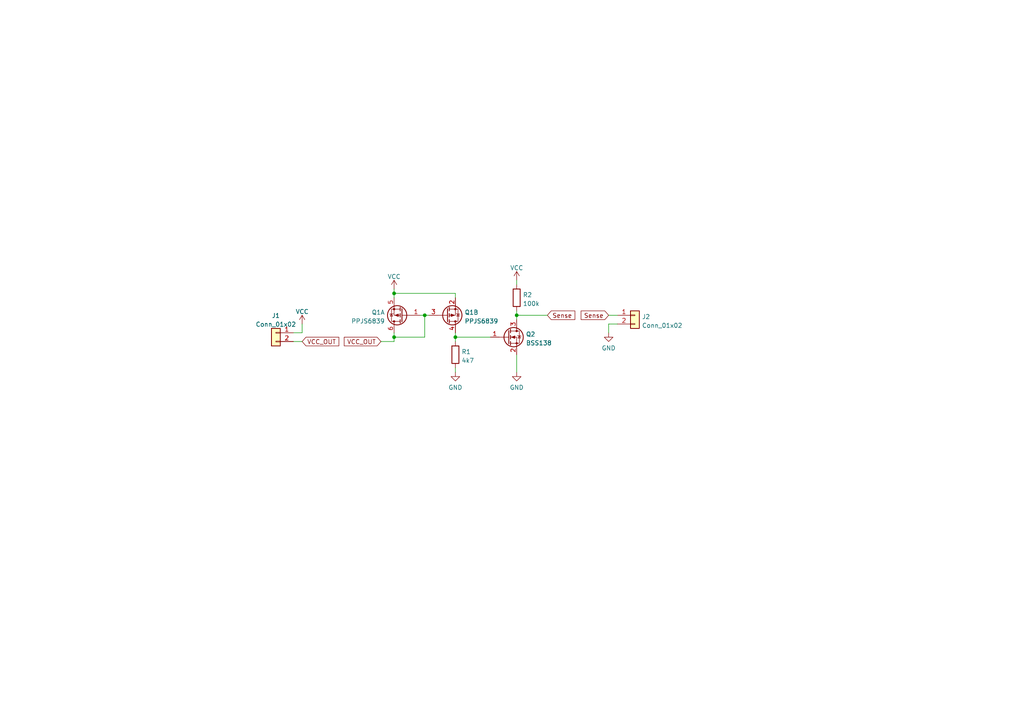
<source format=kicad_sch>
(kicad_sch (version 20211123) (generator eeschema)

  (uuid b53f0e47-6770-4c78-9de6-509129604881)

  (paper "A4")

  (title_block
    (title "CurrentTrigger - DualPMOS")
    (date "2022-09-18")
    (rev "v20220918")
    (comment 1 "Author: ManCloud")
  )

  (lib_symbols
    (symbol "Connector_Generic:Conn_01x02" (pin_names (offset 1.016) hide) (in_bom yes) (on_board yes)
      (property "Reference" "J" (id 0) (at 0 2.54 0)
        (effects (font (size 1.27 1.27)))
      )
      (property "Value" "Conn_01x02" (id 1) (at 0 -5.08 0)
        (effects (font (size 1.27 1.27)))
      )
      (property "Footprint" "" (id 2) (at 0 0 0)
        (effects (font (size 1.27 1.27)) hide)
      )
      (property "Datasheet" "~" (id 3) (at 0 0 0)
        (effects (font (size 1.27 1.27)) hide)
      )
      (property "ki_keywords" "connector" (id 4) (at 0 0 0)
        (effects (font (size 1.27 1.27)) hide)
      )
      (property "ki_description" "Generic connector, single row, 01x02, script generated (kicad-library-utils/schlib/autogen/connector/)" (id 5) (at 0 0 0)
        (effects (font (size 1.27 1.27)) hide)
      )
      (property "ki_fp_filters" "Connector*:*_1x??_*" (id 6) (at 0 0 0)
        (effects (font (size 1.27 1.27)) hide)
      )
      (symbol "Conn_01x02_1_1"
        (rectangle (start -1.27 -2.413) (end 0 -2.667)
          (stroke (width 0.1524) (type default) (color 0 0 0 0))
          (fill (type none))
        )
        (rectangle (start -1.27 0.127) (end 0 -0.127)
          (stroke (width 0.1524) (type default) (color 0 0 0 0))
          (fill (type none))
        )
        (rectangle (start -1.27 1.27) (end 1.27 -3.81)
          (stroke (width 0.254) (type default) (color 0 0 0 0))
          (fill (type background))
        )
        (pin passive line (at -5.08 0 0) (length 3.81)
          (name "Pin_1" (effects (font (size 1.27 1.27))))
          (number "1" (effects (font (size 1.27 1.27))))
        )
        (pin passive line (at -5.08 -2.54 0) (length 3.81)
          (name "Pin_2" (effects (font (size 1.27 1.27))))
          (number "2" (effects (font (size 1.27 1.27))))
        )
      )
    )
    (symbol "Device:Q_Dual_PMOS_G1S2G2D2S1D1" (pin_names (offset 0) hide) (in_bom yes) (on_board yes)
      (property "Reference" "Q" (id 0) (at 6.35 1.27 0)
        (effects (font (size 1.27 1.27)))
      )
      (property "Value" "Q_Dual_PMOS_G1S2G2D2S1D1" (id 1) (at 19.05 -1.27 0)
        (effects (font (size 1.27 1.27)))
      )
      (property "Footprint" "" (id 2) (at 1.27 0 0)
        (effects (font (size 1.27 1.27)) hide)
      )
      (property "Datasheet" "~" (id 3) (at 1.27 0 0)
        (effects (font (size 1.27 1.27)) hide)
      )
      (property "ki_keywords" "transistor PMOS P-MOS P-MOSFET" (id 4) (at 0 0 0)
        (effects (font (size 1.27 1.27)) hide)
      )
      (property "ki_description" "Dual PMOS transistor, 6 pin package" (id 5) (at 0 0 0)
        (effects (font (size 1.27 1.27)) hide)
      )
      (property "ki_fp_filters" "TSOP* SC?70* SC?88* SOT?363*" (id 6) (at 0 0 0)
        (effects (font (size 1.27 1.27)) hide)
      )
      (symbol "Q_Dual_PMOS_G1S2G2D2S1D1_0_1"
        (polyline
          (pts
            (xy 0.254 0)
            (xy -2.54 0)
          )
          (stroke (width 0) (type default) (color 0 0 0 0))
          (fill (type none))
        )
        (polyline
          (pts
            (xy 0.254 1.905)
            (xy 0.254 -1.905)
          )
          (stroke (width 0.254) (type default) (color 0 0 0 0))
          (fill (type none))
        )
        (polyline
          (pts
            (xy 0.762 -1.27)
            (xy 0.762 -2.286)
          )
          (stroke (width 0.254) (type default) (color 0 0 0 0))
          (fill (type none))
        )
        (polyline
          (pts
            (xy 0.762 0.508)
            (xy 0.762 -0.508)
          )
          (stroke (width 0.254) (type default) (color 0 0 0 0))
          (fill (type none))
        )
        (polyline
          (pts
            (xy 0.762 2.286)
            (xy 0.762 1.27)
          )
          (stroke (width 0.254) (type default) (color 0 0 0 0))
          (fill (type none))
        )
        (polyline
          (pts
            (xy 2.54 2.54)
            (xy 2.54 1.778)
          )
          (stroke (width 0) (type default) (color 0 0 0 0))
          (fill (type none))
        )
        (polyline
          (pts
            (xy 2.54 -2.54)
            (xy 2.54 0)
            (xy 0.762 0)
          )
          (stroke (width 0) (type default) (color 0 0 0 0))
          (fill (type none))
        )
        (polyline
          (pts
            (xy 0.762 1.778)
            (xy 3.302 1.778)
            (xy 3.302 -1.778)
            (xy 0.762 -1.778)
          )
          (stroke (width 0) (type default) (color 0 0 0 0))
          (fill (type none))
        )
        (polyline
          (pts
            (xy 2.286 0)
            (xy 1.27 0.381)
            (xy 1.27 -0.381)
            (xy 2.286 0)
          )
          (stroke (width 0) (type default) (color 0 0 0 0))
          (fill (type outline))
        )
        (polyline
          (pts
            (xy 2.794 -0.508)
            (xy 2.921 -0.381)
            (xy 3.683 -0.381)
            (xy 3.81 -0.254)
          )
          (stroke (width 0) (type default) (color 0 0 0 0))
          (fill (type none))
        )
        (polyline
          (pts
            (xy 3.302 -0.381)
            (xy 2.921 0.254)
            (xy 3.683 0.254)
            (xy 3.302 -0.381)
          )
          (stroke (width 0) (type default) (color 0 0 0 0))
          (fill (type none))
        )
        (circle (center 1.651 0) (radius 2.794)
          (stroke (width 0.254) (type default) (color 0 0 0 0))
          (fill (type none))
        )
        (circle (center 2.54 -1.778) (radius 0.254)
          (stroke (width 0) (type default) (color 0 0 0 0))
          (fill (type outline))
        )
        (circle (center 2.54 1.778) (radius 0.254)
          (stroke (width 0) (type default) (color 0 0 0 0))
          (fill (type outline))
        )
      )
      (symbol "Q_Dual_PMOS_G1S2G2D2S1D1_1_1"
        (pin input line (at -5.08 0 0) (length 2.54)
          (name "G" (effects (font (size 1.27 1.27))))
          (number "1" (effects (font (size 1.27 1.27))))
        )
        (pin passive line (at 2.54 -5.08 90) (length 2.54)
          (name "S" (effects (font (size 1.27 1.27))))
          (number "5" (effects (font (size 1.27 1.27))))
        )
        (pin passive line (at 2.54 5.08 270) (length 2.54)
          (name "D" (effects (font (size 1.27 1.27))))
          (number "6" (effects (font (size 1.27 1.27))))
        )
      )
      (symbol "Q_Dual_PMOS_G1S2G2D2S1D1_2_1"
        (pin passive line (at 2.54 -5.08 90) (length 2.54)
          (name "S" (effects (font (size 1.27 1.27))))
          (number "2" (effects (font (size 1.27 1.27))))
        )
        (pin input line (at -5.08 0 0) (length 2.54)
          (name "G" (effects (font (size 1.27 1.27))))
          (number "3" (effects (font (size 1.27 1.27))))
        )
        (pin passive line (at 2.54 5.08 270) (length 2.54)
          (name "D" (effects (font (size 1.27 1.27))))
          (number "4" (effects (font (size 1.27 1.27))))
        )
      )
    )
    (symbol "Device:Q_NMOS_GSD" (pin_names (offset 0) hide) (in_bom yes) (on_board yes)
      (property "Reference" "Q" (id 0) (at 5.08 1.27 0)
        (effects (font (size 1.27 1.27)) (justify left))
      )
      (property "Value" "Q_NMOS_GSD" (id 1) (at 5.08 -1.27 0)
        (effects (font (size 1.27 1.27)) (justify left))
      )
      (property "Footprint" "" (id 2) (at 5.08 2.54 0)
        (effects (font (size 1.27 1.27)) hide)
      )
      (property "Datasheet" "~" (id 3) (at 0 0 0)
        (effects (font (size 1.27 1.27)) hide)
      )
      (property "ki_keywords" "transistor NMOS N-MOS N-MOSFET" (id 4) (at 0 0 0)
        (effects (font (size 1.27 1.27)) hide)
      )
      (property "ki_description" "N-MOSFET transistor, gate/source/drain" (id 5) (at 0 0 0)
        (effects (font (size 1.27 1.27)) hide)
      )
      (symbol "Q_NMOS_GSD_0_1"
        (polyline
          (pts
            (xy 0.254 0)
            (xy -2.54 0)
          )
          (stroke (width 0) (type default) (color 0 0 0 0))
          (fill (type none))
        )
        (polyline
          (pts
            (xy 0.254 1.905)
            (xy 0.254 -1.905)
          )
          (stroke (width 0.254) (type default) (color 0 0 0 0))
          (fill (type none))
        )
        (polyline
          (pts
            (xy 0.762 -1.27)
            (xy 0.762 -2.286)
          )
          (stroke (width 0.254) (type default) (color 0 0 0 0))
          (fill (type none))
        )
        (polyline
          (pts
            (xy 0.762 0.508)
            (xy 0.762 -0.508)
          )
          (stroke (width 0.254) (type default) (color 0 0 0 0))
          (fill (type none))
        )
        (polyline
          (pts
            (xy 0.762 2.286)
            (xy 0.762 1.27)
          )
          (stroke (width 0.254) (type default) (color 0 0 0 0))
          (fill (type none))
        )
        (polyline
          (pts
            (xy 2.54 2.54)
            (xy 2.54 1.778)
          )
          (stroke (width 0) (type default) (color 0 0 0 0))
          (fill (type none))
        )
        (polyline
          (pts
            (xy 2.54 -2.54)
            (xy 2.54 0)
            (xy 0.762 0)
          )
          (stroke (width 0) (type default) (color 0 0 0 0))
          (fill (type none))
        )
        (polyline
          (pts
            (xy 0.762 -1.778)
            (xy 3.302 -1.778)
            (xy 3.302 1.778)
            (xy 0.762 1.778)
          )
          (stroke (width 0) (type default) (color 0 0 0 0))
          (fill (type none))
        )
        (polyline
          (pts
            (xy 1.016 0)
            (xy 2.032 0.381)
            (xy 2.032 -0.381)
            (xy 1.016 0)
          )
          (stroke (width 0) (type default) (color 0 0 0 0))
          (fill (type outline))
        )
        (polyline
          (pts
            (xy 2.794 0.508)
            (xy 2.921 0.381)
            (xy 3.683 0.381)
            (xy 3.81 0.254)
          )
          (stroke (width 0) (type default) (color 0 0 0 0))
          (fill (type none))
        )
        (polyline
          (pts
            (xy 3.302 0.381)
            (xy 2.921 -0.254)
            (xy 3.683 -0.254)
            (xy 3.302 0.381)
          )
          (stroke (width 0) (type default) (color 0 0 0 0))
          (fill (type none))
        )
        (circle (center 1.651 0) (radius 2.794)
          (stroke (width 0.254) (type default) (color 0 0 0 0))
          (fill (type none))
        )
        (circle (center 2.54 -1.778) (radius 0.254)
          (stroke (width 0) (type default) (color 0 0 0 0))
          (fill (type outline))
        )
        (circle (center 2.54 1.778) (radius 0.254)
          (stroke (width 0) (type default) (color 0 0 0 0))
          (fill (type outline))
        )
      )
      (symbol "Q_NMOS_GSD_1_1"
        (pin input line (at -5.08 0 0) (length 2.54)
          (name "G" (effects (font (size 1.27 1.27))))
          (number "1" (effects (font (size 1.27 1.27))))
        )
        (pin passive line (at 2.54 -5.08 90) (length 2.54)
          (name "S" (effects (font (size 1.27 1.27))))
          (number "2" (effects (font (size 1.27 1.27))))
        )
        (pin passive line (at 2.54 5.08 270) (length 2.54)
          (name "D" (effects (font (size 1.27 1.27))))
          (number "3" (effects (font (size 1.27 1.27))))
        )
      )
    )
    (symbol "Device:R" (pin_numbers hide) (pin_names (offset 0)) (in_bom yes) (on_board yes)
      (property "Reference" "R" (id 0) (at 2.032 0 90)
        (effects (font (size 1.27 1.27)))
      )
      (property "Value" "R" (id 1) (at 0 0 90)
        (effects (font (size 1.27 1.27)))
      )
      (property "Footprint" "" (id 2) (at -1.778 0 90)
        (effects (font (size 1.27 1.27)) hide)
      )
      (property "Datasheet" "~" (id 3) (at 0 0 0)
        (effects (font (size 1.27 1.27)) hide)
      )
      (property "ki_keywords" "R res resistor" (id 4) (at 0 0 0)
        (effects (font (size 1.27 1.27)) hide)
      )
      (property "ki_description" "Resistor" (id 5) (at 0 0 0)
        (effects (font (size 1.27 1.27)) hide)
      )
      (property "ki_fp_filters" "R_*" (id 6) (at 0 0 0)
        (effects (font (size 1.27 1.27)) hide)
      )
      (symbol "R_0_1"
        (rectangle (start -1.016 -2.54) (end 1.016 2.54)
          (stroke (width 0.254) (type default) (color 0 0 0 0))
          (fill (type none))
        )
      )
      (symbol "R_1_1"
        (pin passive line (at 0 3.81 270) (length 1.27)
          (name "~" (effects (font (size 1.27 1.27))))
          (number "1" (effects (font (size 1.27 1.27))))
        )
        (pin passive line (at 0 -3.81 90) (length 1.27)
          (name "~" (effects (font (size 1.27 1.27))))
          (number "2" (effects (font (size 1.27 1.27))))
        )
      )
    )
    (symbol "power:GND" (power) (pin_names (offset 0)) (in_bom yes) (on_board yes)
      (property "Reference" "#PWR" (id 0) (at 0 -6.35 0)
        (effects (font (size 1.27 1.27)) hide)
      )
      (property "Value" "GND" (id 1) (at 0 -3.81 0)
        (effects (font (size 1.27 1.27)))
      )
      (property "Footprint" "" (id 2) (at 0 0 0)
        (effects (font (size 1.27 1.27)) hide)
      )
      (property "Datasheet" "" (id 3) (at 0 0 0)
        (effects (font (size 1.27 1.27)) hide)
      )
      (property "ki_keywords" "power-flag" (id 4) (at 0 0 0)
        (effects (font (size 1.27 1.27)) hide)
      )
      (property "ki_description" "Power symbol creates a global label with name \"GND\" , ground" (id 5) (at 0 0 0)
        (effects (font (size 1.27 1.27)) hide)
      )
      (symbol "GND_0_1"
        (polyline
          (pts
            (xy 0 0)
            (xy 0 -1.27)
            (xy 1.27 -1.27)
            (xy 0 -2.54)
            (xy -1.27 -1.27)
            (xy 0 -1.27)
          )
          (stroke (width 0) (type default) (color 0 0 0 0))
          (fill (type none))
        )
      )
      (symbol "GND_1_1"
        (pin power_in line (at 0 0 270) (length 0) hide
          (name "GND" (effects (font (size 1.27 1.27))))
          (number "1" (effects (font (size 1.27 1.27))))
        )
      )
    )
    (symbol "power:VCC" (power) (pin_names (offset 0)) (in_bom yes) (on_board yes)
      (property "Reference" "#PWR" (id 0) (at 0 -3.81 0)
        (effects (font (size 1.27 1.27)) hide)
      )
      (property "Value" "VCC" (id 1) (at 0 3.81 0)
        (effects (font (size 1.27 1.27)))
      )
      (property "Footprint" "" (id 2) (at 0 0 0)
        (effects (font (size 1.27 1.27)) hide)
      )
      (property "Datasheet" "" (id 3) (at 0 0 0)
        (effects (font (size 1.27 1.27)) hide)
      )
      (property "ki_keywords" "power-flag" (id 4) (at 0 0 0)
        (effects (font (size 1.27 1.27)) hide)
      )
      (property "ki_description" "Power symbol creates a global label with name \"VCC\"" (id 5) (at 0 0 0)
        (effects (font (size 1.27 1.27)) hide)
      )
      (symbol "VCC_0_1"
        (polyline
          (pts
            (xy -0.762 1.27)
            (xy 0 2.54)
          )
          (stroke (width 0) (type default) (color 0 0 0 0))
          (fill (type none))
        )
        (polyline
          (pts
            (xy 0 0)
            (xy 0 2.54)
          )
          (stroke (width 0) (type default) (color 0 0 0 0))
          (fill (type none))
        )
        (polyline
          (pts
            (xy 0 2.54)
            (xy 0.762 1.27)
          )
          (stroke (width 0) (type default) (color 0 0 0 0))
          (fill (type none))
        )
      )
      (symbol "VCC_1_1"
        (pin power_in line (at 0 0 90) (length 0) hide
          (name "VCC" (effects (font (size 1.27 1.27))))
          (number "1" (effects (font (size 1.27 1.27))))
        )
      )
    )
  )

  (junction (at 149.86 91.44) (diameter 0) (color 0 0 0 0)
    (uuid 329ca07b-f9c5-46ca-a14a-92069fe3fedf)
  )
  (junction (at 114.3 97.79) (diameter 0) (color 0 0 0 0)
    (uuid 41374244-943c-4707-a12f-4d4cb85e31ee)
  )
  (junction (at 123.19 91.44) (diameter 0) (color 0 0 0 0)
    (uuid a350b955-22d5-41e3-b01c-092fedb73a71)
  )
  (junction (at 132.08 97.79) (diameter 0) (color 0 0 0 0)
    (uuid d5a508fa-b152-43ef-ab01-92ec76a52f65)
  )
  (junction (at 114.3 85.09) (diameter 0) (color 0 0 0 0)
    (uuid de11bbaa-8b03-4203-88e8-f3a0f30787f1)
  )

  (wire (pts (xy 114.3 96.52) (xy 114.3 97.79))
    (stroke (width 0) (type default) (color 0 0 0 0))
    (uuid 00198b5b-0255-4b4a-accd-2d3f22181d96)
  )
  (wire (pts (xy 132.08 96.52) (xy 132.08 97.79))
    (stroke (width 0) (type default) (color 0 0 0 0))
    (uuid 15574bc5-642b-4608-998e-d7bcc7b106d5)
  )
  (wire (pts (xy 149.86 102.87) (xy 149.86 107.95))
    (stroke (width 0) (type default) (color 0 0 0 0))
    (uuid 16c35bdc-7286-447e-bd7e-236bfda292c3)
  )
  (wire (pts (xy 149.86 91.44) (xy 158.75 91.44))
    (stroke (width 0) (type default) (color 0 0 0 0))
    (uuid 1bf7b671-9608-4ac3-a0c5-c4ce2ccc3eee)
  )
  (wire (pts (xy 176.53 91.44) (xy 179.07 91.44))
    (stroke (width 0) (type default) (color 0 0 0 0))
    (uuid 2746f528-5613-4b35-9818-b6818bb13010)
  )
  (wire (pts (xy 87.63 93.98) (xy 87.63 96.52))
    (stroke (width 0) (type default) (color 0 0 0 0))
    (uuid 317158ff-a930-485e-b8f6-512498ce5a40)
  )
  (wire (pts (xy 176.53 96.52) (xy 176.53 93.98))
    (stroke (width 0) (type default) (color 0 0 0 0))
    (uuid 39187b16-416e-4919-afd4-64a8459e1c8e)
  )
  (wire (pts (xy 132.08 106.68) (xy 132.08 107.95))
    (stroke (width 0) (type default) (color 0 0 0 0))
    (uuid 4d619949-7c92-41e2-b2f5-05c22112421a)
  )
  (wire (pts (xy 123.19 91.44) (xy 123.19 97.79))
    (stroke (width 0) (type default) (color 0 0 0 0))
    (uuid 53070640-c0ab-43ae-8169-b0aacc62787b)
  )
  (wire (pts (xy 132.08 97.79) (xy 132.08 99.06))
    (stroke (width 0) (type default) (color 0 0 0 0))
    (uuid 53787092-53f4-44e6-b1c7-0fc8d1e51a10)
  )
  (wire (pts (xy 132.08 97.79) (xy 142.24 97.79))
    (stroke (width 0) (type default) (color 0 0 0 0))
    (uuid 5753dc4d-8a6d-4050-8478-f9733a7bd48d)
  )
  (wire (pts (xy 176.53 93.98) (xy 179.07 93.98))
    (stroke (width 0) (type default) (color 0 0 0 0))
    (uuid 5ac8ca2d-3ff2-4c3d-8989-845085180069)
  )
  (wire (pts (xy 149.86 91.44) (xy 149.86 92.71))
    (stroke (width 0) (type default) (color 0 0 0 0))
    (uuid 6d21f848-28fd-4e46-94d9-91b363089a43)
  )
  (wire (pts (xy 114.3 97.79) (xy 114.3 99.06))
    (stroke (width 0) (type default) (color 0 0 0 0))
    (uuid 78416b39-a562-432e-b7fb-5a1cf274428e)
  )
  (wire (pts (xy 132.08 85.09) (xy 132.08 86.36))
    (stroke (width 0) (type default) (color 0 0 0 0))
    (uuid 7d11834a-17f4-448c-b8a8-f4473d94417d)
  )
  (wire (pts (xy 121.92 91.44) (xy 123.19 91.44))
    (stroke (width 0) (type default) (color 0 0 0 0))
    (uuid 84e0a742-40df-4bb6-8872-350b9a5b6146)
  )
  (wire (pts (xy 149.86 90.17) (xy 149.86 91.44))
    (stroke (width 0) (type default) (color 0 0 0 0))
    (uuid 94cdd629-a2f9-49f7-9a39-c2453792ccb0)
  )
  (wire (pts (xy 85.09 96.52) (xy 87.63 96.52))
    (stroke (width 0) (type default) (color 0 0 0 0))
    (uuid 9b175860-31d4-4841-a0f1-36585e353e88)
  )
  (wire (pts (xy 114.3 85.09) (xy 132.08 85.09))
    (stroke (width 0) (type default) (color 0 0 0 0))
    (uuid a12fff12-34d5-45da-9a4d-e5ac5e383d2d)
  )
  (wire (pts (xy 149.86 81.28) (xy 149.86 82.55))
    (stroke (width 0) (type default) (color 0 0 0 0))
    (uuid a2e28b1a-b4c5-4533-9e7f-fb4d804054c9)
  )
  (wire (pts (xy 114.3 86.36) (xy 114.3 85.09))
    (stroke (width 0) (type default) (color 0 0 0 0))
    (uuid a881ebbf-2dc2-489b-9a91-f49b83f8dcba)
  )
  (wire (pts (xy 123.19 91.44) (xy 124.46 91.44))
    (stroke (width 0) (type default) (color 0 0 0 0))
    (uuid bae65624-8829-4f41-9747-e6524112af78)
  )
  (wire (pts (xy 110.49 99.06) (xy 114.3 99.06))
    (stroke (width 0) (type default) (color 0 0 0 0))
    (uuid c1431f58-46b7-4195-905e-d03d07268b06)
  )
  (wire (pts (xy 85.09 99.06) (xy 87.63 99.06))
    (stroke (width 0) (type default) (color 0 0 0 0))
    (uuid ddb92d86-a3ec-404a-bcb8-a78556c278bd)
  )
  (wire (pts (xy 123.19 97.79) (xy 114.3 97.79))
    (stroke (width 0) (type default) (color 0 0 0 0))
    (uuid e1662465-4254-41c7-a352-b04531fdbb3c)
  )
  (wire (pts (xy 114.3 83.82) (xy 114.3 85.09))
    (stroke (width 0) (type default) (color 0 0 0 0))
    (uuid eff20f73-4490-4388-851f-b9c14de9427b)
  )

  (global_label "Sense" (shape input) (at 176.53 91.44 180) (fields_autoplaced)
    (effects (font (size 1.27 1.27)) (justify right))
    (uuid 26209fe9-2a39-43e4-8b71-ee2a4b00c6b0)
    (property "Intersheet References" "${INTERSHEET_REFS}" (id 0) (at 168.5531 91.5194 0)
      (effects (font (size 1.27 1.27)) (justify right) hide)
    )
  )
  (global_label "VCC_OUT" (shape input) (at 87.63 99.06 0) (fields_autoplaced)
    (effects (font (size 1.27 1.27)) (justify left))
    (uuid 766edae8-8d3c-47a2-96d5-e11ecf3a7ba1)
    (property "Intersheet References" "${INTERSHEET_REFS}" (id 0) (at 98.2679 99.1394 0)
      (effects (font (size 1.27 1.27)) (justify left) hide)
    )
  )
  (global_label "Sense" (shape input) (at 158.75 91.44 0) (fields_autoplaced)
    (effects (font (size 1.27 1.27)) (justify left))
    (uuid 843f6982-dbd8-4195-bee7-35c9e8cf57ed)
    (property "Intersheet References" "${INTERSHEET_REFS}" (id 0) (at 166.7269 91.3606 0)
      (effects (font (size 1.27 1.27)) (justify left) hide)
    )
  )
  (global_label "VCC_OUT" (shape input) (at 110.49 99.06 180) (fields_autoplaced)
    (effects (font (size 1.27 1.27)) (justify right))
    (uuid 85e5cd86-3a35-4553-9740-39558ac6513e)
    (property "Intersheet References" "${INTERSHEET_REFS}" (id 0) (at 99.8521 98.9806 0)
      (effects (font (size 1.27 1.27)) (justify right) hide)
    )
  )

  (symbol (lib_id "Device:Q_Dual_PMOS_G1S2G2D2S1D1") (at 129.54 91.44 0) (mirror x) (unit 2)
    (in_bom yes) (on_board yes) (fields_autoplaced)
    (uuid 14082fe2-30bc-4aee-b3aa-2d7958a8dda0)
    (property "Reference" "Q1" (id 0) (at 134.747 90.6053 0)
      (effects (font (size 1.27 1.27)) (justify left))
    )
    (property "Value" "PPJS6839" (id 1) (at 134.747 93.1422 0)
      (effects (font (size 1.27 1.27)) (justify left))
    )
    (property "Footprint" "Package_TO_SOT_SMD:SOT-23-6_Handsoldering" (id 2) (at 130.81 91.44 0)
      (effects (font (size 1.27 1.27)) hide)
    )
    (property "Datasheet" "~" (id 3) (at 130.81 91.44 0)
      (effects (font (size 1.27 1.27)) hide)
    )
    (pin "1" (uuid 27a44d78-0fa7-4c5e-ab8f-979408572e6d))
    (pin "5" (uuid 00df9b47-e7e4-4d66-9035-a664b13b9d06))
    (pin "6" (uuid 715352ab-df9e-4601-9339-e645bb7819c7))
    (pin "2" (uuid 3ee1f199-f83b-4d73-b4d5-a32496b274e5))
    (pin "3" (uuid d3bfd5ff-082a-4b11-b019-d650abdfd252))
    (pin "4" (uuid 3175dd41-99cf-49b3-afb4-207fe25c61d0))
  )

  (symbol (lib_id "power:GND") (at 132.08 107.95 0) (unit 1)
    (in_bom yes) (on_board yes) (fields_autoplaced)
    (uuid 153d54b2-9b35-485b-8a2a-160745fa1e07)
    (property "Reference" "#PWR03" (id 0) (at 132.08 114.3 0)
      (effects (font (size 1.27 1.27)) hide)
    )
    (property "Value" "GND" (id 1) (at 132.08 112.3934 0))
    (property "Footprint" "" (id 2) (at 132.08 107.95 0)
      (effects (font (size 1.27 1.27)) hide)
    )
    (property "Datasheet" "" (id 3) (at 132.08 107.95 0)
      (effects (font (size 1.27 1.27)) hide)
    )
    (pin "1" (uuid 16c4f395-1208-4631-865e-ecbe5eb411a9))
  )

  (symbol (lib_id "power:GND") (at 149.86 107.95 0) (unit 1)
    (in_bom yes) (on_board yes) (fields_autoplaced)
    (uuid 36db2f83-d94d-4422-8af5-66d6ed5ae5fd)
    (property "Reference" "#PWR05" (id 0) (at 149.86 114.3 0)
      (effects (font (size 1.27 1.27)) hide)
    )
    (property "Value" "GND" (id 1) (at 149.86 112.3934 0))
    (property "Footprint" "" (id 2) (at 149.86 107.95 0)
      (effects (font (size 1.27 1.27)) hide)
    )
    (property "Datasheet" "" (id 3) (at 149.86 107.95 0)
      (effects (font (size 1.27 1.27)) hide)
    )
    (pin "1" (uuid 24c628b4-9516-48d4-9ed8-e7f69531fa8d))
  )

  (symbol (lib_id "Device:R") (at 132.08 102.87 0) (unit 1)
    (in_bom yes) (on_board yes) (fields_autoplaced)
    (uuid 3f171c80-50a5-40b7-81d2-4c3d6770a1e4)
    (property "Reference" "R1" (id 0) (at 133.858 102.0353 0)
      (effects (font (size 1.27 1.27)) (justify left))
    )
    (property "Value" "4k7" (id 1) (at 133.858 104.5722 0)
      (effects (font (size 1.27 1.27)) (justify left))
    )
    (property "Footprint" "Resistor_SMD:R_0805_2012Metric_Pad1.20x1.40mm_HandSolder" (id 2) (at 130.302 102.87 90)
      (effects (font (size 1.27 1.27)) hide)
    )
    (property "Datasheet" "~" (id 3) (at 132.08 102.87 0)
      (effects (font (size 1.27 1.27)) hide)
    )
    (pin "1" (uuid 0fb1370b-1d95-4a1e-8f05-308ee0a1c003))
    (pin "2" (uuid 37ea98b9-1a84-4b4f-8e04-e9f27adb3d63))
  )

  (symbol (lib_id "Device:Q_NMOS_GSD") (at 147.32 97.79 0) (unit 1)
    (in_bom yes) (on_board yes) (fields_autoplaced)
    (uuid 7b892019-2184-47e6-a50c-cca28e4a8016)
    (property "Reference" "Q2" (id 0) (at 152.527 96.9553 0)
      (effects (font (size 1.27 1.27)) (justify left))
    )
    (property "Value" "BSS138" (id 1) (at 152.527 99.4922 0)
      (effects (font (size 1.27 1.27)) (justify left))
    )
    (property "Footprint" "Package_TO_SOT_SMD:TSOT-23_HandSoldering" (id 2) (at 152.4 95.25 0)
      (effects (font (size 1.27 1.27)) hide)
    )
    (property "Datasheet" "~" (id 3) (at 147.32 97.79 0)
      (effects (font (size 1.27 1.27)) hide)
    )
    (pin "1" (uuid f31fc4fe-77a5-4cb3-a610-24d6d93e013c))
    (pin "2" (uuid dd8d2f67-28cc-4ca8-9639-8d94b5e4419e))
    (pin "3" (uuid f908ac77-55d9-4e5c-b8d1-7124dd5cff02))
  )

  (symbol (lib_id "Connector_Generic:Conn_01x02") (at 80.01 96.52 0) (mirror y) (unit 1)
    (in_bom yes) (on_board yes) (fields_autoplaced)
    (uuid 87fbd522-0a63-4375-805b-ab30c8bdcf78)
    (property "Reference" "J1" (id 0) (at 80.01 91.5502 0))
    (property "Value" "Conn_01x02" (id 1) (at 80.01 94.0871 0))
    (property "Footprint" "Connector_PinHeader_2.54mm:PinHeader_1x02_P2.54mm_Vertical" (id 2) (at 80.01 96.52 0)
      (effects (font (size 1.27 1.27)) hide)
    )
    (property "Datasheet" "~" (id 3) (at 80.01 96.52 0)
      (effects (font (size 1.27 1.27)) hide)
    )
    (pin "1" (uuid caf534fb-f3b5-4e1d-987f-034b218a100c))
    (pin "2" (uuid 5691b1cd-94b3-4139-912b-0b80eead1df8))
  )

  (symbol (lib_id "power:VCC") (at 87.63 93.98 0) (unit 1)
    (in_bom yes) (on_board yes) (fields_autoplaced)
    (uuid a1f8dc3d-2765-4754-a519-17302a8cd298)
    (property "Reference" "#PWR01" (id 0) (at 87.63 97.79 0)
      (effects (font (size 1.27 1.27)) hide)
    )
    (property "Value" "VCC" (id 1) (at 87.63 90.4042 0))
    (property "Footprint" "" (id 2) (at 87.63 93.98 0)
      (effects (font (size 1.27 1.27)) hide)
    )
    (property "Datasheet" "" (id 3) (at 87.63 93.98 0)
      (effects (font (size 1.27 1.27)) hide)
    )
    (pin "1" (uuid 93687642-da34-4a23-8c77-af80fadadac2))
  )

  (symbol (lib_id "Device:R") (at 149.86 86.36 0) (unit 1)
    (in_bom yes) (on_board yes) (fields_autoplaced)
    (uuid c61d3087-3748-4821-83aa-e3afa4ecc9c4)
    (property "Reference" "R2" (id 0) (at 151.638 85.5253 0)
      (effects (font (size 1.27 1.27)) (justify left))
    )
    (property "Value" "100k" (id 1) (at 151.638 88.0622 0)
      (effects (font (size 1.27 1.27)) (justify left))
    )
    (property "Footprint" "Resistor_SMD:R_0805_2012Metric_Pad1.20x1.40mm_HandSolder" (id 2) (at 148.082 86.36 90)
      (effects (font (size 1.27 1.27)) hide)
    )
    (property "Datasheet" "~" (id 3) (at 149.86 86.36 0)
      (effects (font (size 1.27 1.27)) hide)
    )
    (pin "1" (uuid eab062e3-2b19-486e-9ef5-6014b97a939a))
    (pin "2" (uuid 705f52fb-2c27-4e1c-afa5-9694f5f7ed6f))
  )

  (symbol (lib_id "power:VCC") (at 149.86 81.28 0) (unit 1)
    (in_bom yes) (on_board yes) (fields_autoplaced)
    (uuid ce7e7d85-04c7-48d2-bfb8-329867e037f8)
    (property "Reference" "#PWR04" (id 0) (at 149.86 85.09 0)
      (effects (font (size 1.27 1.27)) hide)
    )
    (property "Value" "VCC" (id 1) (at 149.86 77.7042 0))
    (property "Footprint" "" (id 2) (at 149.86 81.28 0)
      (effects (font (size 1.27 1.27)) hide)
    )
    (property "Datasheet" "" (id 3) (at 149.86 81.28 0)
      (effects (font (size 1.27 1.27)) hide)
    )
    (pin "1" (uuid 3b3dbe4d-de42-48db-9c3f-424c9eca7a81))
  )

  (symbol (lib_id "power:GND") (at 176.53 96.52 0) (unit 1)
    (in_bom yes) (on_board yes) (fields_autoplaced)
    (uuid cedd351b-4fbd-4e40-8827-1dc218d0922a)
    (property "Reference" "#PWR06" (id 0) (at 176.53 102.87 0)
      (effects (font (size 1.27 1.27)) hide)
    )
    (property "Value" "GND" (id 1) (at 176.53 100.9634 0))
    (property "Footprint" "" (id 2) (at 176.53 96.52 0)
      (effects (font (size 1.27 1.27)) hide)
    )
    (property "Datasheet" "" (id 3) (at 176.53 96.52 0)
      (effects (font (size 1.27 1.27)) hide)
    )
    (pin "1" (uuid 9684f305-a0f0-4172-a3fa-fcad0a686ec0))
  )

  (symbol (lib_id "power:VCC") (at 114.3 83.82 0) (unit 1)
    (in_bom yes) (on_board yes) (fields_autoplaced)
    (uuid e45c0710-2a8e-48c7-aad1-1d8f32736f32)
    (property "Reference" "#PWR02" (id 0) (at 114.3 87.63 0)
      (effects (font (size 1.27 1.27)) hide)
    )
    (property "Value" "VCC" (id 1) (at 114.3 80.2442 0))
    (property "Footprint" "" (id 2) (at 114.3 83.82 0)
      (effects (font (size 1.27 1.27)) hide)
    )
    (property "Datasheet" "" (id 3) (at 114.3 83.82 0)
      (effects (font (size 1.27 1.27)) hide)
    )
    (pin "1" (uuid 56a79dc5-22dd-4d7c-96c4-b251641f6df9))
  )

  (symbol (lib_id "Connector_Generic:Conn_01x02") (at 184.15 91.44 0) (unit 1)
    (in_bom yes) (on_board yes) (fields_autoplaced)
    (uuid e49d4d78-757c-49fc-8246-f8662c253c93)
    (property "Reference" "J2" (id 0) (at 186.182 91.8753 0)
      (effects (font (size 1.27 1.27)) (justify left))
    )
    (property "Value" "Conn_01x02" (id 1) (at 186.182 94.4122 0)
      (effects (font (size 1.27 1.27)) (justify left))
    )
    (property "Footprint" "Connector_PinHeader_2.54mm:PinHeader_1x02_P2.54mm_Vertical" (id 2) (at 184.15 91.44 0)
      (effects (font (size 1.27 1.27)) hide)
    )
    (property "Datasheet" "~" (id 3) (at 184.15 91.44 0)
      (effects (font (size 1.27 1.27)) hide)
    )
    (pin "1" (uuid 2c22645e-dff0-4050-9075-47cbb2391cf0))
    (pin "2" (uuid f853ce6d-2cf9-4b1d-8dc7-e6787ad2ab3e))
  )

  (symbol (lib_id "Device:Q_Dual_PMOS_G1S2G2D2S1D1") (at 116.84 91.44 180) (unit 1)
    (in_bom yes) (on_board yes) (fields_autoplaced)
    (uuid f45fded7-354e-4ff0-ae82-d1981becd2fc)
    (property "Reference" "Q1" (id 0) (at 111.633 90.6053 0)
      (effects (font (size 1.27 1.27)) (justify left))
    )
    (property "Value" "PPJS6839" (id 1) (at 111.633 93.1422 0)
      (effects (font (size 1.27 1.27)) (justify left))
    )
    (property "Footprint" "Package_TO_SOT_SMD:SOT-23-6_Handsoldering" (id 2) (at 115.57 91.44 0)
      (effects (font (size 1.27 1.27)) hide)
    )
    (property "Datasheet" "~" (id 3) (at 115.57 91.44 0)
      (effects (font (size 1.27 1.27)) hide)
    )
    (pin "1" (uuid a0d6f45b-27f8-4b4a-a19d-f2658a3c79ef))
    (pin "5" (uuid 1eaf95b6-ebf3-474c-add4-d5ad132e2174))
    (pin "6" (uuid 2a327f82-5c0e-429b-9211-09c746915aa0))
    (pin "2" (uuid 4a4b35fa-41ea-450a-83c9-a94f2de1ccbf))
    (pin "3" (uuid 1592d63f-be93-41ad-b50c-be2c1f295e3d))
    (pin "4" (uuid 24608ce1-1676-41d7-8298-f4e51b631058))
  )

  (sheet_instances
    (path "/" (page "1"))
  )

  (symbol_instances
    (path "/a1f8dc3d-2765-4754-a519-17302a8cd298"
      (reference "#PWR01") (unit 1) (value "VCC") (footprint "")
    )
    (path "/e45c0710-2a8e-48c7-aad1-1d8f32736f32"
      (reference "#PWR02") (unit 1) (value "VCC") (footprint "")
    )
    (path "/153d54b2-9b35-485b-8a2a-160745fa1e07"
      (reference "#PWR03") (unit 1) (value "GND") (footprint "")
    )
    (path "/ce7e7d85-04c7-48d2-bfb8-329867e037f8"
      (reference "#PWR04") (unit 1) (value "VCC") (footprint "")
    )
    (path "/36db2f83-d94d-4422-8af5-66d6ed5ae5fd"
      (reference "#PWR05") (unit 1) (value "GND") (footprint "")
    )
    (path "/cedd351b-4fbd-4e40-8827-1dc218d0922a"
      (reference "#PWR06") (unit 1) (value "GND") (footprint "")
    )
    (path "/87fbd522-0a63-4375-805b-ab30c8bdcf78"
      (reference "J1") (unit 1) (value "Conn_01x02") (footprint "Connector_PinHeader_2.54mm:PinHeader_1x02_P2.54mm_Vertical")
    )
    (path "/e49d4d78-757c-49fc-8246-f8662c253c93"
      (reference "J2") (unit 1) (value "Conn_01x02") (footprint "Connector_PinHeader_2.54mm:PinHeader_1x02_P2.54mm_Vertical")
    )
    (path "/f45fded7-354e-4ff0-ae82-d1981becd2fc"
      (reference "Q1") (unit 1) (value "PPJS6839") (footprint "Package_TO_SOT_SMD:SOT-23-6_Handsoldering")
    )
    (path "/14082fe2-30bc-4aee-b3aa-2d7958a8dda0"
      (reference "Q1") (unit 2) (value "PPJS6839") (footprint "Package_TO_SOT_SMD:SOT-23-6_Handsoldering")
    )
    (path "/7b892019-2184-47e6-a50c-cca28e4a8016"
      (reference "Q2") (unit 1) (value "BSS138") (footprint "Package_TO_SOT_SMD:TSOT-23_HandSoldering")
    )
    (path "/3f171c80-50a5-40b7-81d2-4c3d6770a1e4"
      (reference "R1") (unit 1) (value "4k7") (footprint "Resistor_SMD:R_0805_2012Metric_Pad1.20x1.40mm_HandSolder")
    )
    (path "/c61d3087-3748-4821-83aa-e3afa4ecc9c4"
      (reference "R2") (unit 1) (value "100k") (footprint "Resistor_SMD:R_0805_2012Metric_Pad1.20x1.40mm_HandSolder")
    )
  )
)

</source>
